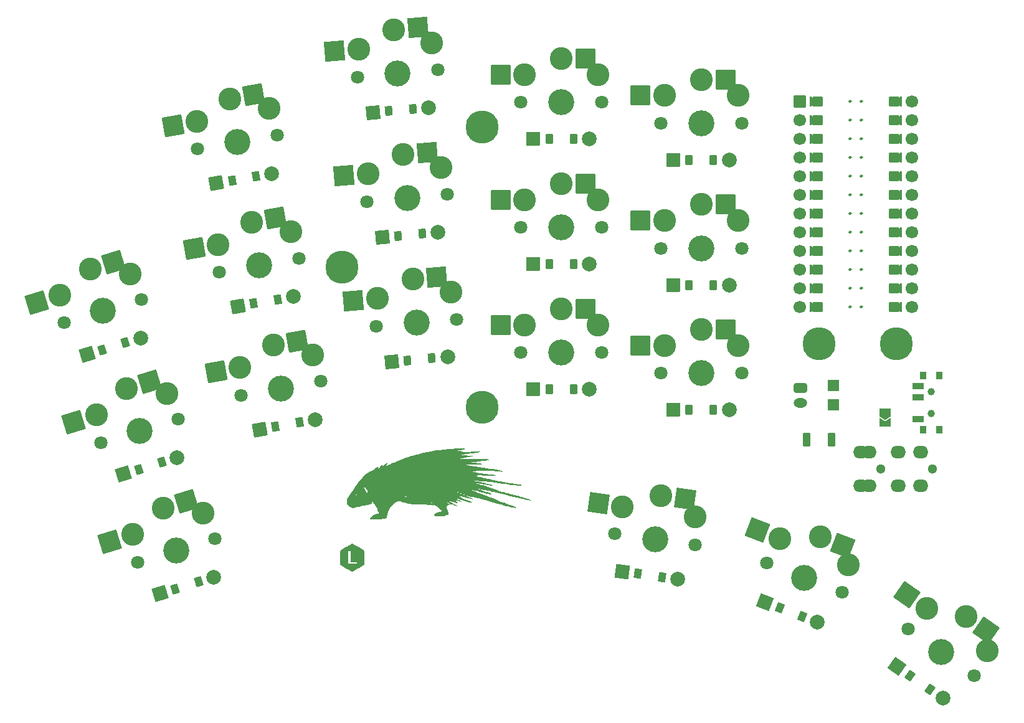
<source format=gbr>
%TF.GenerationSoftware,KiCad,Pcbnew,7.0.5*%
%TF.CreationDate,2024-04-29T22:33:29+02:00*%
%TF.ProjectId,porcupine,706f7263-7570-4696-9e65-2e6b69636164,v0.0.1*%
%TF.SameCoordinates,Original*%
%TF.FileFunction,Soldermask,Top*%
%TF.FilePolarity,Negative*%
%FSLAX46Y46*%
G04 Gerber Fmt 4.6, Leading zero omitted, Abs format (unit mm)*
G04 Created by KiCad (PCBNEW 7.0.5) date 2024-04-29 22:33:29*
%MOMM*%
%LPD*%
G01*
G04 APERTURE LIST*
G04 Aperture macros list*
%AMRoundRect*
0 Rectangle with rounded corners*
0 $1 Rounding radius*
0 $2 $3 $4 $5 $6 $7 $8 $9 X,Y pos of 4 corners*
0 Add a 4 corners polygon primitive as box body*
4,1,4,$2,$3,$4,$5,$6,$7,$8,$9,$2,$3,0*
0 Add four circle primitives for the rounded corners*
1,1,$1+$1,$2,$3*
1,1,$1+$1,$4,$5*
1,1,$1+$1,$6,$7*
1,1,$1+$1,$8,$9*
0 Add four rect primitives between the rounded corners*
20,1,$1+$1,$2,$3,$4,$5,0*
20,1,$1+$1,$4,$5,$6,$7,0*
20,1,$1+$1,$6,$7,$8,$9,0*
20,1,$1+$1,$8,$9,$2,$3,0*%
%AMFreePoly0*
4,1,14,0.635355,0.435355,0.650000,0.400000,0.650000,0.200000,0.635355,0.164645,0.035355,-0.435355,0.000000,-0.450000,-0.035355,-0.435355,-0.635355,0.164645,-0.650000,0.200000,-0.650000,0.400000,-0.635355,0.435355,-0.600000,0.450000,0.600000,0.450000,0.635355,0.435355,0.635355,0.435355,$1*%
%AMFreePoly1*
4,1,16,0.635355,1.035355,0.650000,1.000000,0.650000,-0.250000,0.635355,-0.285355,0.600000,-0.300000,-0.600000,-0.300000,-0.635355,-0.285355,-0.650000,-0.250000,-0.650000,1.000000,-0.635355,1.035355,-0.600000,1.050000,-0.564645,1.035355,0.000000,0.470710,0.564645,1.035355,0.600000,1.050000,0.635355,1.035355,0.635355,1.035355,$1*%
%AMFreePoly2*
4,1,16,0.535355,0.785355,0.541603,0.777735,1.041603,0.027735,1.049029,-0.009806,1.041603,-0.027735,0.541603,-0.777735,0.509806,-0.799029,0.500000,-0.800000,-0.500000,-0.800000,-0.535355,-0.785355,-0.550000,-0.750000,-0.550000,0.750000,-0.535355,0.785355,-0.500000,0.800000,0.500000,0.800000,0.535355,0.785355,0.535355,0.785355,$1*%
%AMFreePoly3*
4,1,16,0.535355,0.785355,0.550000,0.750000,0.550000,-0.750000,0.535355,-0.785355,0.500000,-0.800000,-0.650000,-0.800000,-0.685355,-0.785355,-0.700000,-0.750000,-0.691603,-0.722265,-0.210093,0.000000,-0.691603,0.722265,-0.699029,0.759806,-0.677735,0.791603,-0.650000,0.800000,0.500000,0.800000,0.535355,0.785355,0.535355,0.785355,$1*%
G04 Aperture macros list end*
%ADD10C,0.250000*%
%ADD11C,0.100000*%
%ADD12C,0.200000*%
%ADD13C,3.529000*%
%ADD14C,1.801800*%
%ADD15C,3.100000*%
%ADD16RoundRect,0.050000X-0.863113X-1.623279X1.623279X-0.863113X0.863113X1.623279X-1.623279X0.863113X0*%
%ADD17RoundRect,0.050000X-1.054507X-1.505993X1.505993X-1.054507X1.054507X1.505993X-1.505993X1.054507X0*%
%ADD18RoundRect,0.050000X-1.181751X-1.408356X1.408356X-1.181751X1.181751X1.408356X-1.408356X1.181751X0*%
%ADD19RoundRect,0.050000X-1.300000X-1.300000X1.300000X-1.300000X1.300000X1.300000X-1.300000X1.300000X0*%
%ADD20RoundRect,0.050000X-1.468274X-1.106423X1.106423X-1.468274X1.468274X1.106423X-1.106423X1.468274X0*%
%ADD21RoundRect,0.050000X-1.679533X-0.747776X0.747776X-1.679533X1.679533X0.747776X-0.747776X1.679533X0*%
%ADD22RoundRect,0.050000X-1.810547X-0.319248X0.319248X-1.810547X1.810547X0.319248X-0.319248X1.810547X0*%
%ADD23RoundRect,0.050000X-0.254914X-0.705350X0.605760X-0.442216X0.254914X0.705350X-0.605760X0.442216X0*%
%ADD24C,2.005000*%
%ADD25RoundRect,0.050000X-0.590236X-1.110073X1.110073X-0.590236X0.590236X1.110073X-1.110073X0.590236X0*%
%ADD26RoundRect,0.050000X-0.338975X-0.669026X0.547352X-0.512743X0.338975X0.669026X-0.547352X0.512743X0*%
%ADD27RoundRect,0.050000X-0.721121X-1.029867X1.029867X-0.721121X0.721121X1.029867X-1.029867X0.721121X0*%
%ADD28RoundRect,0.050000X-0.395994X-0.636937X0.500581X-0.558497X0.395994X0.636937X-0.500581X0.558497X0*%
%ADD29RoundRect,0.050000X-0.808136X-0.963099X0.963099X-0.808136X0.808136X0.963099X-0.963099X0.808136X0*%
%ADD30RoundRect,0.050000X-0.450000X-0.600000X0.450000X-0.600000X0.450000X0.600000X-0.450000X0.600000X0*%
%ADD31RoundRect,0.050000X-0.889000X-0.889000X0.889000X-0.889000X0.889000X0.889000X-0.889000X0.889000X0*%
%ADD32RoundRect,0.050000X-0.529124X-0.531533X0.362117X-0.656789X0.529124X0.531533X-0.362117X0.656789X0*%
%ADD33RoundRect,0.050000X-1.004073X-0.756623X0.756623X-1.004073X1.004073X0.756623X-0.756623X1.004073X0*%
%ADD34RoundRect,0.050000X-0.635132X-0.398883X0.205090X-0.721414X0.635132X0.398883X-0.205090X0.721414X0*%
%ADD35RoundRect,0.050000X-1.148542X-0.511364X0.511364X-1.148542X1.148542X0.511364X-0.511364X1.148542X0*%
%ADD36RoundRect,0.050000X-0.712764X-0.233382X0.024473X-0.749601X0.712764X0.233382X-0.024473X0.749601X0*%
%ADD37RoundRect,0.050000X-1.238136X-0.218317X0.218317X-1.238136X1.238136X0.218317X-0.218317X1.238136X0*%
%ADD38C,1.700000*%
%ADD39FreePoly0,90.000000*%
%ADD40FreePoly1,90.000000*%
%ADD41RoundRect,0.050000X-0.800000X0.800000X-0.800000X-0.800000X0.800000X-0.800000X0.800000X0.800000X0*%
%ADD42FreePoly1,270.000000*%
%ADD43FreePoly0,270.000000*%
%ADD44RoundRect,0.300000X-0.625000X-0.350000X0.625000X-0.350000X0.625000X0.350000X-0.625000X0.350000X0*%
%ADD45O,1.850000X1.300000*%
%ADD46RoundRect,0.050000X-0.750000X-0.750000X0.750000X-0.750000X0.750000X0.750000X-0.750000X0.750000X0*%
%ADD47C,1.300000*%
%ADD48O,2.100000X1.700000*%
%ADD49FreePoly2,270.000000*%
%ADD50FreePoly3,270.000000*%
%ADD51C,1.000000*%
%ADD52RoundRect,0.050000X0.750000X-0.350000X0.750000X0.350000X-0.750000X0.350000X-0.750000X-0.350000X0*%
%ADD53RoundRect,0.050000X0.400000X-0.500000X0.400000X0.500000X-0.400000X0.500000X-0.400000X-0.500000X0*%
%ADD54RoundRect,0.050000X-0.450000X-0.850000X0.450000X-0.850000X0.450000X0.850000X-0.450000X0.850000X0*%
%ADD55C,4.500000*%
G04 APERTURE END LIST*
D10*
%TO.C,MCU1*%
X266774087Y-117653517D02*
G75*
G03*
X266774087Y-117653517I-125000J0D01*
G01*
X268298087Y-117653517D02*
G75*
G03*
X268298087Y-117653517I-125000J0D01*
G01*
X266774087Y-115113517D02*
G75*
G03*
X266774087Y-115113517I-125000J0D01*
G01*
X268298087Y-115113517D02*
G75*
G03*
X268298087Y-115113517I-125000J0D01*
G01*
X266774087Y-112573517D02*
G75*
G03*
X266774087Y-112573517I-125000J0D01*
G01*
X268298087Y-112573517D02*
G75*
G03*
X268298087Y-112573517I-125000J0D01*
G01*
X266774087Y-110033517D02*
G75*
G03*
X266774087Y-110033517I-125000J0D01*
G01*
X268298087Y-110033517D02*
G75*
G03*
X268298087Y-110033517I-125000J0D01*
G01*
X266774087Y-107493517D02*
G75*
G03*
X266774087Y-107493517I-125000J0D01*
G01*
X268298087Y-107493517D02*
G75*
G03*
X268298087Y-107493517I-125000J0D01*
G01*
X266774087Y-104953517D02*
G75*
G03*
X266774087Y-104953517I-125000J0D01*
G01*
X268298087Y-104953517D02*
G75*
G03*
X268298087Y-104953517I-125000J0D01*
G01*
X266774087Y-102413517D02*
G75*
G03*
X266774087Y-102413517I-125000J0D01*
G01*
X268298087Y-102413517D02*
G75*
G03*
X268298087Y-102413517I-125000J0D01*
G01*
X266774087Y-99873517D02*
G75*
G03*
X266774087Y-99873517I-125000J0D01*
G01*
X268298087Y-99873517D02*
G75*
G03*
X268298087Y-99873517I-125000J0D01*
G01*
X266774087Y-97333517D02*
G75*
G03*
X266774087Y-97333517I-125000J0D01*
G01*
X268298087Y-97333517D02*
G75*
G03*
X268298087Y-97333517I-125000J0D01*
G01*
X266774087Y-94793517D02*
G75*
G03*
X266774087Y-94793517I-125000J0D01*
G01*
X268298087Y-94793517D02*
G75*
G03*
X268298087Y-94793517I-125000J0D01*
G01*
X268298087Y-92253517D02*
G75*
G03*
X268298087Y-92253517I-125000J0D01*
G01*
X266774087Y-92253517D02*
G75*
G03*
X266774087Y-92253517I-125000J0D01*
G01*
X266774087Y-89713517D02*
G75*
G03*
X266774087Y-89713517I-125000J0D01*
G01*
X268298087Y-89713517D02*
G75*
G03*
X268298087Y-89713517I-125000J0D01*
G01*
D11*
X273507087Y-90221517D02*
X272491087Y-90221517D01*
X272491087Y-89205517D01*
X273507087Y-89205517D01*
X273507087Y-90221517D01*
G36*
X273507087Y-90221517D02*
G01*
X272491087Y-90221517D01*
X272491087Y-89205517D01*
X273507087Y-89205517D01*
X273507087Y-90221517D01*
G37*
X273507087Y-105461517D02*
X272491087Y-105461517D01*
X272491087Y-104445517D01*
X273507087Y-104445517D01*
X273507087Y-105461517D01*
G36*
X273507087Y-105461517D02*
G01*
X272491087Y-105461517D01*
X272491087Y-104445517D01*
X273507087Y-104445517D01*
X273507087Y-105461517D01*
G37*
X273507087Y-92761517D02*
X272491087Y-92761517D01*
X272491087Y-91745517D01*
X273507087Y-91745517D01*
X273507087Y-92761517D01*
G36*
X273507087Y-92761517D02*
G01*
X272491087Y-92761517D01*
X272491087Y-91745517D01*
X273507087Y-91745517D01*
X273507087Y-92761517D01*
G37*
X273507087Y-95301517D02*
X272491087Y-95301517D01*
X272491087Y-94285517D01*
X273507087Y-94285517D01*
X273507087Y-95301517D01*
G36*
X273507087Y-95301517D02*
G01*
X272491087Y-95301517D01*
X272491087Y-94285517D01*
X273507087Y-94285517D01*
X273507087Y-95301517D01*
G37*
X273507087Y-100381517D02*
X272491087Y-100381517D01*
X272491087Y-99365517D01*
X273507087Y-99365517D01*
X273507087Y-100381517D01*
G36*
X273507087Y-100381517D02*
G01*
X272491087Y-100381517D01*
X272491087Y-99365517D01*
X273507087Y-99365517D01*
X273507087Y-100381517D01*
G37*
X273507087Y-102921517D02*
X272491087Y-102921517D01*
X272491087Y-101905517D01*
X273507087Y-101905517D01*
X273507087Y-102921517D01*
G36*
X273507087Y-102921517D02*
G01*
X272491087Y-102921517D01*
X272491087Y-101905517D01*
X273507087Y-101905517D01*
X273507087Y-102921517D01*
G37*
X273507087Y-110541517D02*
X272491087Y-110541517D01*
X272491087Y-109525517D01*
X273507087Y-109525517D01*
X273507087Y-110541517D01*
G36*
X273507087Y-110541517D02*
G01*
X272491087Y-110541517D01*
X272491087Y-109525517D01*
X273507087Y-109525517D01*
X273507087Y-110541517D01*
G37*
X273507087Y-115621517D02*
X272491087Y-115621517D01*
X272491087Y-114605517D01*
X273507087Y-114605517D01*
X273507087Y-115621517D01*
G36*
X273507087Y-115621517D02*
G01*
X272491087Y-115621517D01*
X272491087Y-114605517D01*
X273507087Y-114605517D01*
X273507087Y-115621517D01*
G37*
X273507087Y-97841517D02*
X272491087Y-97841517D01*
X272491087Y-96825517D01*
X273507087Y-96825517D01*
X273507087Y-97841517D01*
G36*
X273507087Y-97841517D02*
G01*
X272491087Y-97841517D01*
X272491087Y-96825517D01*
X273507087Y-96825517D01*
X273507087Y-97841517D01*
G37*
X273507087Y-108001517D02*
X272491087Y-108001517D01*
X272491087Y-106985517D01*
X273507087Y-106985517D01*
X273507087Y-108001517D01*
G36*
X273507087Y-108001517D02*
G01*
X272491087Y-108001517D01*
X272491087Y-106985517D01*
X273507087Y-106985517D01*
X273507087Y-108001517D01*
G37*
X273507087Y-113081517D02*
X272491087Y-113081517D01*
X272491087Y-112065517D01*
X273507087Y-112065517D01*
X273507087Y-113081517D01*
G36*
X273507087Y-113081517D02*
G01*
X272491087Y-113081517D01*
X272491087Y-112065517D01*
X273507087Y-112065517D01*
X273507087Y-113081517D01*
G37*
X273507087Y-118161517D02*
X272491087Y-118161517D01*
X272491087Y-117145517D01*
X273507087Y-117145517D01*
X273507087Y-118161517D01*
G36*
X273507087Y-118161517D02*
G01*
X272491087Y-118161517D01*
X272491087Y-117145517D01*
X273507087Y-117145517D01*
X273507087Y-118161517D01*
G37*
X262331087Y-118161517D02*
X261315087Y-118161517D01*
X261315087Y-117145517D01*
X262331087Y-117145517D01*
X262331087Y-118161517D01*
G36*
X262331087Y-118161517D02*
G01*
X261315087Y-118161517D01*
X261315087Y-117145517D01*
X262331087Y-117145517D01*
X262331087Y-118161517D01*
G37*
X262331087Y-115621517D02*
X261315087Y-115621517D01*
X261315087Y-114605517D01*
X262331087Y-114605517D01*
X262331087Y-115621517D01*
G36*
X262331087Y-115621517D02*
G01*
X261315087Y-115621517D01*
X261315087Y-114605517D01*
X262331087Y-114605517D01*
X262331087Y-115621517D01*
G37*
X262331087Y-113081517D02*
X261315087Y-113081517D01*
X261315087Y-112065517D01*
X262331087Y-112065517D01*
X262331087Y-113081517D01*
G36*
X262331087Y-113081517D02*
G01*
X261315087Y-113081517D01*
X261315087Y-112065517D01*
X262331087Y-112065517D01*
X262331087Y-113081517D01*
G37*
X262331087Y-110541517D02*
X261315087Y-110541517D01*
X261315087Y-109525517D01*
X262331087Y-109525517D01*
X262331087Y-110541517D01*
G36*
X262331087Y-110541517D02*
G01*
X261315087Y-110541517D01*
X261315087Y-109525517D01*
X262331087Y-109525517D01*
X262331087Y-110541517D01*
G37*
X262331087Y-108001517D02*
X261315087Y-108001517D01*
X261315087Y-106985517D01*
X262331087Y-106985517D01*
X262331087Y-108001517D01*
G36*
X262331087Y-108001517D02*
G01*
X261315087Y-108001517D01*
X261315087Y-106985517D01*
X262331087Y-106985517D01*
X262331087Y-108001517D01*
G37*
X262331087Y-105461517D02*
X261315087Y-105461517D01*
X261315087Y-104445517D01*
X262331087Y-104445517D01*
X262331087Y-105461517D01*
G36*
X262331087Y-105461517D02*
G01*
X261315087Y-105461517D01*
X261315087Y-104445517D01*
X262331087Y-104445517D01*
X262331087Y-105461517D01*
G37*
X262331087Y-102921517D02*
X261315087Y-102921517D01*
X261315087Y-101905517D01*
X262331087Y-101905517D01*
X262331087Y-102921517D01*
G36*
X262331087Y-102921517D02*
G01*
X261315087Y-102921517D01*
X261315087Y-101905517D01*
X262331087Y-101905517D01*
X262331087Y-102921517D01*
G37*
X262331087Y-100381517D02*
X261315087Y-100381517D01*
X261315087Y-99365517D01*
X262331087Y-99365517D01*
X262331087Y-100381517D01*
G36*
X262331087Y-100381517D02*
G01*
X261315087Y-100381517D01*
X261315087Y-99365517D01*
X262331087Y-99365517D01*
X262331087Y-100381517D01*
G37*
X262331087Y-97841517D02*
X261315087Y-97841517D01*
X261315087Y-96825517D01*
X262331087Y-96825517D01*
X262331087Y-97841517D01*
G36*
X262331087Y-97841517D02*
G01*
X261315087Y-97841517D01*
X261315087Y-96825517D01*
X262331087Y-96825517D01*
X262331087Y-97841517D01*
G37*
X262331087Y-95301517D02*
X261315087Y-95301517D01*
X261315087Y-94285517D01*
X262331087Y-94285517D01*
X262331087Y-95301517D01*
G36*
X262331087Y-95301517D02*
G01*
X261315087Y-95301517D01*
X261315087Y-94285517D01*
X262331087Y-94285517D01*
X262331087Y-95301517D01*
G37*
X262331087Y-92761517D02*
X261315087Y-92761517D01*
X261315087Y-91745517D01*
X262331087Y-91745517D01*
X262331087Y-92761517D01*
G36*
X262331087Y-92761517D02*
G01*
X261315087Y-92761517D01*
X261315087Y-91745517D01*
X262331087Y-91745517D01*
X262331087Y-92761517D01*
G37*
X262331087Y-90221517D02*
X261315087Y-90221517D01*
X261315087Y-89205517D01*
X262331087Y-89205517D01*
X262331087Y-90221517D01*
G36*
X262331087Y-90221517D02*
G01*
X261315087Y-90221517D01*
X261315087Y-89205517D01*
X262331087Y-89205517D01*
X262331087Y-90221517D01*
G37*
%TO.C,Side_F*%
D12*
X198951023Y-149935583D02*
X198977170Y-149948894D01*
X199017806Y-149970673D01*
X199071727Y-150000246D01*
X199137733Y-150036938D01*
X199214621Y-150080073D01*
X199301188Y-150128977D01*
X199396233Y-150182974D01*
X199498554Y-150241391D01*
X199606948Y-150303552D01*
X199720213Y-150368782D01*
X199741643Y-150381154D01*
X200527731Y-150835155D01*
X200527731Y-152666278D01*
X199751077Y-153115597D01*
X199637602Y-153181164D01*
X199528695Y-153243933D01*
X199425576Y-153303211D01*
X199329463Y-153358302D01*
X199241577Y-153408515D01*
X199163136Y-153453154D01*
X199095361Y-153491526D01*
X199039470Y-153522937D01*
X198996684Y-153546694D01*
X198968221Y-153562102D01*
X198955302Y-153568467D01*
X198954885Y-153568585D01*
X198942797Y-153564344D01*
X198914328Y-153550365D01*
X198869896Y-153526884D01*
X198809920Y-153494135D01*
X198734820Y-153452354D01*
X198645016Y-153401775D01*
X198540928Y-153342633D01*
X198422974Y-153275163D01*
X198291574Y-153199601D01*
X198153808Y-153120034D01*
X197372269Y-152667812D01*
X197372269Y-152663714D01*
X198344308Y-152663714D01*
X199712000Y-152663714D01*
X199712000Y-152302253D01*
X198832769Y-152302253D01*
X198832769Y-150758714D01*
X198344308Y-150758714D01*
X198344308Y-152663714D01*
X197372269Y-152663714D01*
X197372269Y-150833645D01*
X198148923Y-150384661D01*
X198262309Y-150319159D01*
X198371039Y-150256439D01*
X198473901Y-150197194D01*
X198569683Y-150142118D01*
X198657176Y-150091903D01*
X198735167Y-150047244D01*
X198802445Y-150008833D01*
X198857799Y-149977365D01*
X198900018Y-149953533D01*
X198927891Y-149938030D01*
X198940206Y-149931549D01*
X198940566Y-149931415D01*
X198951023Y-149935583D01*
G36*
X198951023Y-149935583D02*
G01*
X198977170Y-149948894D01*
X199017806Y-149970673D01*
X199071727Y-150000246D01*
X199137733Y-150036938D01*
X199214621Y-150080073D01*
X199301188Y-150128977D01*
X199396233Y-150182974D01*
X199498554Y-150241391D01*
X199606948Y-150303552D01*
X199720213Y-150368782D01*
X199741643Y-150381154D01*
X200527731Y-150835155D01*
X200527731Y-152666278D01*
X199751077Y-153115597D01*
X199637602Y-153181164D01*
X199528695Y-153243933D01*
X199425576Y-153303211D01*
X199329463Y-153358302D01*
X199241577Y-153408515D01*
X199163136Y-153453154D01*
X199095361Y-153491526D01*
X199039470Y-153522937D01*
X198996684Y-153546694D01*
X198968221Y-153562102D01*
X198955302Y-153568467D01*
X198954885Y-153568585D01*
X198942797Y-153564344D01*
X198914328Y-153550365D01*
X198869896Y-153526884D01*
X198809920Y-153494135D01*
X198734820Y-153452354D01*
X198645016Y-153401775D01*
X198540928Y-153342633D01*
X198422974Y-153275163D01*
X198291574Y-153199601D01*
X198153808Y-153120034D01*
X197372269Y-152667812D01*
X197372269Y-152663714D01*
X198344308Y-152663714D01*
X199712000Y-152663714D01*
X199712000Y-152302253D01*
X198832769Y-152302253D01*
X198832769Y-150758714D01*
X198344308Y-150758714D01*
X198344308Y-152663714D01*
X197372269Y-152663714D01*
X197372269Y-150833645D01*
X198148923Y-150384661D01*
X198262309Y-150319159D01*
X198371039Y-150256439D01*
X198473901Y-150197194D01*
X198569683Y-150142118D01*
X198657176Y-150091903D01*
X198735167Y-150047244D01*
X198802445Y-150008833D01*
X198857799Y-149977365D01*
X198900018Y-149953533D01*
X198927891Y-149938030D01*
X198940206Y-149931549D01*
X198940566Y-149931415D01*
X198951023Y-149935583D01*
G37*
%TO.C,LOGO_F*%
G36*
X213992597Y-136880251D02*
G01*
X214001615Y-136880588D01*
X214145604Y-136889691D01*
X214231472Y-136904355D01*
X214273644Y-136928297D01*
X214285103Y-136953632D01*
X214275408Y-136993224D01*
X214225066Y-137027334D01*
X214126809Y-137057993D01*
X213973368Y-137087231D01*
X213757474Y-137117081D01*
X213657286Y-137129036D01*
X213503553Y-137147880D01*
X213379291Y-137165131D01*
X213300486Y-137178452D01*
X213281076Y-137184015D01*
X213296392Y-137199508D01*
X213372388Y-137219963D01*
X213513171Y-137246298D01*
X213675233Y-137272223D01*
X213797288Y-137295822D01*
X213886750Y-137322414D01*
X213923186Y-137345127D01*
X213964703Y-137362777D01*
X214069394Y-137374587D01*
X214228116Y-137380798D01*
X214431726Y-137381652D01*
X214671082Y-137377390D01*
X214937039Y-137368252D01*
X215220457Y-137354480D01*
X215512192Y-137336316D01*
X215803101Y-137314000D01*
X216079357Y-137288254D01*
X216210550Y-137277032D01*
X216285028Y-137278490D01*
X216317863Y-137294653D01*
X216324286Y-137321161D01*
X216288028Y-137370687D01*
X216179248Y-137418719D01*
X215997939Y-137465262D01*
X215744093Y-137510315D01*
X215417704Y-137553881D01*
X215165097Y-137581561D01*
X214918482Y-137609248D01*
X214641444Y-137644369D01*
X214368974Y-137682285D01*
X214149097Y-137716198D01*
X213955298Y-137748515D01*
X213826397Y-137771623D01*
X213755645Y-137787855D01*
X213736294Y-137799544D01*
X213761594Y-137809022D01*
X213824795Y-137818623D01*
X213845168Y-137821244D01*
X213943549Y-137830587D01*
X214098256Y-137841475D01*
X214293085Y-137852939D01*
X214511835Y-137864008D01*
X214689262Y-137871769D01*
X214967403Y-137886251D01*
X215174651Y-137904029D01*
X215310778Y-137924750D01*
X215375558Y-137948064D01*
X215368762Y-137973618D01*
X215290163Y-138001061D01*
X215139533Y-138030042D01*
X214916645Y-138060208D01*
X214818429Y-138071317D01*
X214620462Y-138096779D01*
X214416245Y-138129671D01*
X214236390Y-138164793D01*
X214156882Y-138183718D01*
X213991055Y-138219508D01*
X213818005Y-138244491D01*
X213688191Y-138252857D01*
X213580771Y-138255849D01*
X213513666Y-138263603D01*
X213501041Y-138271992D01*
X213543100Y-138281819D01*
X213641278Y-138293464D01*
X213779184Y-138305781D01*
X213940423Y-138317624D01*
X214108605Y-138327846D01*
X214267338Y-138335302D01*
X214400229Y-138338846D01*
X214455572Y-138338727D01*
X214526320Y-138337889D01*
X214659857Y-138336790D01*
X214846401Y-138335492D01*
X215076169Y-138334057D01*
X215339379Y-138332548D01*
X215626250Y-138331027D01*
X215816286Y-138330082D01*
X216237032Y-138328963D01*
X216589952Y-138330181D01*
X216879765Y-138333979D01*
X217111185Y-138340601D01*
X217288930Y-138350289D01*
X217417715Y-138363286D01*
X217502258Y-138379834D01*
X217547273Y-138400177D01*
X217558000Y-138419749D01*
X217526572Y-138461186D01*
X217430644Y-138499407D01*
X217267754Y-138535061D01*
X217035439Y-138568799D01*
X216959286Y-138577801D01*
X216768140Y-138600317D01*
X216562894Y-138625755D01*
X216383561Y-138649138D01*
X216360572Y-138652270D01*
X216192906Y-138673868D01*
X215990409Y-138697889D01*
X215790500Y-138719934D01*
X215743715Y-138724784D01*
X215570571Y-138743564D01*
X215404385Y-138763524D01*
X215272417Y-138781321D01*
X215235715Y-138787021D01*
X215072429Y-138814118D01*
X215308286Y-138836666D01*
X215436832Y-138848857D01*
X215614577Y-138865584D01*
X215818457Y-138884681D01*
X216025410Y-138903985D01*
X216034000Y-138904784D01*
X216283183Y-138931116D01*
X216463631Y-138957755D01*
X216579176Y-138985656D01*
X216633653Y-139015776D01*
X216630894Y-139049069D01*
X216627475Y-139052754D01*
X216584925Y-139061082D01*
X216478568Y-139070325D01*
X216317152Y-139080055D01*
X216109430Y-139089843D01*
X215864151Y-139099261D01*
X215590066Y-139107880D01*
X215398936Y-139112892D01*
X215121141Y-139120037D01*
X214875579Y-139127183D01*
X214669233Y-139134061D01*
X214509082Y-139140400D01*
X214402110Y-139145931D01*
X214355296Y-139150382D01*
X214364857Y-139152919D01*
X214447197Y-139161738D01*
X214590436Y-139180549D01*
X214783842Y-139207705D01*
X215016684Y-139241556D01*
X215278229Y-139280454D01*
X215557745Y-139322753D01*
X215844500Y-139366802D01*
X216127762Y-139410955D01*
X216396798Y-139453562D01*
X216640877Y-139492976D01*
X216849267Y-139527548D01*
X217011234Y-139555631D01*
X217113672Y-139575076D01*
X217242281Y-139598313D01*
X217421242Y-139625751D01*
X217628708Y-139654260D01*
X217842831Y-139680712D01*
X217884572Y-139685485D01*
X218083609Y-139709092D01*
X218267046Y-139733017D01*
X218417820Y-139754883D01*
X218518869Y-139772311D01*
X218537715Y-139776512D01*
X218646184Y-139798564D01*
X218788488Y-139821113D01*
X218882429Y-139833214D01*
X219048049Y-139862402D01*
X219198572Y-139907150D01*
X219318535Y-139960968D01*
X219392473Y-140017360D01*
X219408572Y-140054136D01*
X219391022Y-140093280D01*
X219327467Y-140094069D01*
X219308786Y-140090361D01*
X219179617Y-140068828D01*
X218992688Y-140046112D01*
X218762776Y-140023318D01*
X218504656Y-140001549D01*
X218233105Y-139981912D01*
X217962898Y-139965509D01*
X217708812Y-139953447D01*
X217485622Y-139946829D01*
X217376572Y-139945919D01*
X217130093Y-139947851D01*
X216866613Y-139952204D01*
X216595828Y-139958584D01*
X216327434Y-139966602D01*
X216071129Y-139975867D01*
X215836607Y-139985987D01*
X215633567Y-139996571D01*
X215471704Y-140007228D01*
X215360715Y-140017568D01*
X215310297Y-140027198D01*
X215308286Y-140029331D01*
X215341625Y-140048551D01*
X215432176Y-140077353D01*
X215565735Y-140112402D01*
X215728101Y-140150365D01*
X215905072Y-140187908D01*
X216082447Y-140221696D01*
X216233572Y-140246567D01*
X216567187Y-140294716D01*
X216911812Y-140342018D01*
X217249161Y-140386115D01*
X217560947Y-140424648D01*
X217828883Y-140455259D01*
X217944900Y-140467271D01*
X218177069Y-140492137D01*
X218345367Y-140515539D01*
X218458411Y-140539541D01*
X218524815Y-140566207D01*
X218553196Y-140597601D01*
X218555857Y-140613642D01*
X218543606Y-140635998D01*
X218499507Y-140649941D01*
X218412545Y-140656534D01*
X218271706Y-140656843D01*
X218138572Y-140653981D01*
X217911667Y-140645666D01*
X217654005Y-140632692D01*
X217407073Y-140617266D01*
X217304000Y-140609595D01*
X217138180Y-140598939D01*
X216942956Y-140590530D01*
X216728797Y-140584358D01*
X216506174Y-140580414D01*
X216285556Y-140578688D01*
X216077413Y-140579170D01*
X215892215Y-140581851D01*
X215740432Y-140586721D01*
X215632533Y-140593772D01*
X215578988Y-140602992D01*
X215580429Y-140611170D01*
X215642962Y-140630432D01*
X215766545Y-140662096D01*
X215941163Y-140703858D01*
X216156799Y-140753411D01*
X216403440Y-140808451D01*
X216671069Y-140866673D01*
X216923000Y-140920181D01*
X217110990Y-140960496D01*
X217348878Y-141012806D01*
X217615929Y-141072459D01*
X217891405Y-141134805D01*
X218154568Y-141195191D01*
X218301857Y-141229467D01*
X218458175Y-141263545D01*
X218658329Y-141303543D01*
X218874475Y-141344046D01*
X219045715Y-141374108D01*
X219267958Y-141412420D01*
X219510809Y-141455513D01*
X219740478Y-141497335D01*
X219880286Y-141523566D01*
X220072519Y-141558620D01*
X220298364Y-141597074D01*
X220545416Y-141637096D01*
X220801270Y-141676853D01*
X221053522Y-141714509D01*
X221289767Y-141748234D01*
X221497600Y-141776192D01*
X221664616Y-141796550D01*
X221778411Y-141807476D01*
X221810359Y-141808831D01*
X221921774Y-141821567D01*
X221968803Y-141853509D01*
X221953791Y-141895343D01*
X221879083Y-141937751D01*
X221770469Y-141967279D01*
X221692316Y-141970813D01*
X221555693Y-141965450D01*
X221373973Y-141952573D01*
X221160524Y-141933565D01*
X220928717Y-141909809D01*
X220691923Y-141882690D01*
X220463511Y-141853590D01*
X220256853Y-141823893D01*
X220085319Y-141794983D01*
X220061714Y-141790462D01*
X219913051Y-141764363D01*
X219719244Y-141734546D01*
X219507312Y-141704997D01*
X219336000Y-141683412D01*
X219119253Y-141655228D01*
X218863047Y-141618091D01*
X218599179Y-141576799D01*
X218359447Y-141536151D01*
X218356286Y-141535587D01*
X217967340Y-141477670D01*
X217529710Y-141433111D01*
X217140715Y-141407749D01*
X216903516Y-141394914D01*
X216672084Y-141380227D01*
X216463734Y-141364944D01*
X216295779Y-141350321D01*
X216197286Y-141339292D01*
X216066258Y-141325346D01*
X215884347Y-141311299D01*
X215673227Y-141298579D01*
X215454570Y-141288616D01*
X215399000Y-141286648D01*
X215216785Y-141281808D01*
X215105806Y-141281553D01*
X215064888Y-141285640D01*
X215092855Y-141293826D01*
X215188532Y-141305866D01*
X215350746Y-141321518D01*
X215578320Y-141340538D01*
X215707429Y-141350565D01*
X215866753Y-141363881D01*
X216003836Y-141379212D01*
X216134531Y-141399758D01*
X216274695Y-141428717D01*
X216440181Y-141469290D01*
X216646844Y-141524676D01*
X216850429Y-141581226D01*
X217071858Y-141641898D01*
X217294280Y-141700547D01*
X217497336Y-141751957D01*
X217660666Y-141790916D01*
X217718270Y-141803514D01*
X217853868Y-141836621D01*
X217959114Y-141871517D01*
X218015926Y-141901915D01*
X218020651Y-141908642D01*
X218000595Y-141940488D01*
X217917802Y-141953941D01*
X217779567Y-141949638D01*
X217593187Y-141928213D01*
X217365957Y-141890304D01*
X217105172Y-141836547D01*
X217050000Y-141824034D01*
X216820283Y-141773811D01*
X216582023Y-141726335D01*
X216347335Y-141683542D01*
X216128333Y-141647370D01*
X215937133Y-141619757D01*
X215785848Y-141602640D01*
X215686594Y-141597956D01*
X215658310Y-141601468D01*
X215670601Y-141615556D01*
X215739901Y-141640758D01*
X215852410Y-141672289D01*
X215889003Y-141681413D01*
X216089694Y-141732051D01*
X216295601Y-141788021D01*
X216516560Y-141852389D01*
X216762407Y-141928216D01*
X217042977Y-142018568D01*
X217368107Y-142126505D01*
X217747634Y-142255094D01*
X217916287Y-142312794D01*
X218214747Y-142414159D01*
X218522062Y-142516787D01*
X218823020Y-142615723D01*
X219102411Y-142706010D01*
X219345025Y-142782695D01*
X219535652Y-142840820D01*
X219549144Y-142844797D01*
X219769021Y-142909575D01*
X219990729Y-142975236D01*
X220193324Y-143035553D01*
X220355864Y-143084304D01*
X220406429Y-143099613D01*
X220591372Y-143151355D01*
X220796411Y-143201916D01*
X220975879Y-143240091D01*
X221107749Y-143269087D01*
X221289563Y-143315058D01*
X221502148Y-143372858D01*
X221726331Y-143437341D01*
X221854767Y-143475976D01*
X222078219Y-143543115D01*
X222302383Y-143608186D01*
X222507667Y-143665655D01*
X222674480Y-143709993D01*
X222744760Y-143727251D01*
X222942818Y-143781640D01*
X223093389Y-143840177D01*
X223188061Y-143898900D01*
X223218572Y-143950550D01*
X223214952Y-143967260D01*
X223199524Y-143977828D01*
X223165434Y-143981035D01*
X223105831Y-143975661D01*
X223013861Y-143960489D01*
X222882672Y-143934300D01*
X222705410Y-143895875D01*
X222475222Y-143843995D01*
X222185257Y-143777441D01*
X221984857Y-143731144D01*
X221779625Y-143683869D01*
X221593501Y-143641363D01*
X221440420Y-143606780D01*
X221334318Y-143583274D01*
X221295429Y-143575094D01*
X221198387Y-143554287D01*
X221040365Y-143517582D01*
X220819841Y-143464606D01*
X220535298Y-143394987D01*
X220185214Y-143308354D01*
X219768070Y-143204334D01*
X219282347Y-143082554D01*
X219227143Y-143068681D01*
X218918058Y-142991852D01*
X218610894Y-142917088D01*
X218317956Y-142847269D01*
X218051549Y-142785275D01*
X217823980Y-142733986D01*
X217647553Y-142696282D01*
X217576143Y-142682262D01*
X217367134Y-142642681D01*
X217118001Y-142594338D01*
X216859665Y-142543290D01*
X216623044Y-142495594D01*
X216618364Y-142494638D01*
X216433701Y-142457837D01*
X216276027Y-142428194D01*
X216158121Y-142407970D01*
X216092764Y-142399431D01*
X216083924Y-142399981D01*
X216108024Y-142419668D01*
X216193234Y-142458499D01*
X216331541Y-142513500D01*
X216514937Y-142581699D01*
X216735411Y-142660121D01*
X216984953Y-142745793D01*
X217255551Y-142835742D01*
X217274617Y-142841972D01*
X217532735Y-142928769D01*
X217724439Y-142999500D01*
X217853587Y-143056214D01*
X217924040Y-143100961D01*
X217939657Y-143135789D01*
X217904297Y-143162748D01*
X217888965Y-143168177D01*
X217813495Y-143171110D01*
X217680057Y-143154408D01*
X217499807Y-143120535D01*
X217283899Y-143071960D01*
X217043490Y-143011148D01*
X216789735Y-142940565D01*
X216596429Y-142882406D01*
X216324017Y-142798782D01*
X216109796Y-142736104D01*
X215943304Y-142691802D01*
X215814076Y-142663303D01*
X215711650Y-142648036D01*
X215625563Y-142643429D01*
X215624204Y-142643428D01*
X215496766Y-142630507D01*
X215384420Y-142602947D01*
X215301972Y-142579756D01*
X215254628Y-142576812D01*
X215252669Y-142578092D01*
X215279874Y-142596153D01*
X215368847Y-142637208D01*
X215513394Y-142698795D01*
X215707322Y-142778455D01*
X215944438Y-142873725D01*
X216218549Y-142982145D01*
X216523463Y-143101254D01*
X216852985Y-143228589D01*
X217200924Y-143361691D01*
X217561085Y-143498097D01*
X217685000Y-143544707D01*
X217899370Y-143626312D01*
X218110682Y-143708733D01*
X218300692Y-143784715D01*
X218451155Y-143847006D01*
X218511840Y-143873430D01*
X218637681Y-143926251D01*
X218811837Y-143994236D01*
X219013773Y-144069608D01*
X219222954Y-144144588D01*
X219280943Y-144164770D01*
X219476051Y-144233653D01*
X219657862Y-144300543D01*
X219810022Y-144359231D01*
X219916180Y-144403511D01*
X219941817Y-144415655D01*
X220032952Y-144455998D01*
X220172536Y-144510674D01*
X220339920Y-144571832D01*
X220479000Y-144619828D01*
X220741437Y-144708385D01*
X220942316Y-144777648D01*
X221089142Y-144830604D01*
X221189424Y-144870239D01*
X221250669Y-144899541D01*
X221280384Y-144921497D01*
X221286078Y-144939092D01*
X221285615Y-144940727D01*
X221237437Y-144979839D01*
X221127399Y-144991408D01*
X220954407Y-144975297D01*
X220717367Y-144931367D01*
X220415185Y-144859479D01*
X220206857Y-144804158D01*
X219954007Y-144735448D01*
X219690266Y-144664659D01*
X219436594Y-144597356D01*
X219213953Y-144539105D01*
X219063857Y-144500639D01*
X218865041Y-144449484D01*
X218663154Y-144395827D01*
X218484370Y-144346712D01*
X218374429Y-144315087D01*
X218221906Y-144269757D01*
X218081809Y-144228533D01*
X217940888Y-144187624D01*
X217785891Y-144143243D01*
X217603567Y-144091598D01*
X217380664Y-144028902D01*
X217103932Y-143951364D01*
X217036406Y-143932468D01*
X216818029Y-143870897D01*
X216623300Y-143815099D01*
X216463108Y-143768268D01*
X216348341Y-143733595D01*
X216289888Y-143714275D01*
X216285332Y-143712208D01*
X216230224Y-143692982D01*
X216120017Y-143664878D01*
X215971133Y-143631309D01*
X215799997Y-143595690D01*
X215623031Y-143561434D01*
X215456659Y-143531957D01*
X215317304Y-143510671D01*
X215313282Y-143510138D01*
X215076941Y-143472019D01*
X214836329Y-143417403D01*
X214561015Y-143339360D01*
X214553943Y-143337207D01*
X214459659Y-143304517D01*
X214316394Y-143250165D01*
X214141788Y-143181274D01*
X213953479Y-143104966D01*
X213769105Y-143028365D01*
X213606305Y-142958594D01*
X213512143Y-142916492D01*
X213390306Y-142865944D01*
X213270082Y-142824901D01*
X213169561Y-142798438D01*
X213106834Y-142791631D01*
X213094857Y-142799407D01*
X213126149Y-142819213D01*
X213208138Y-142855097D01*
X213321643Y-142898755D01*
X213454673Y-142949447D01*
X213572378Y-142997995D01*
X213639143Y-143028892D01*
X213715223Y-143064138D01*
X213843968Y-143119115D01*
X214010226Y-143187726D01*
X214198842Y-143263875D01*
X214394662Y-143341466D01*
X214582531Y-143414403D01*
X214747296Y-143476590D01*
X214800286Y-143495986D01*
X215045854Y-143588492D01*
X215225237Y-143664286D01*
X215337161Y-143722773D01*
X215380353Y-143763359D01*
X215380857Y-143766996D01*
X215351300Y-143799863D01*
X215323667Y-143804571D01*
X215277469Y-143796009D01*
X215173073Y-143772329D01*
X215022553Y-143736543D01*
X214837983Y-143691660D01*
X214631434Y-143640692D01*
X214414981Y-143586648D01*
X214200697Y-143532540D01*
X214000656Y-143481377D01*
X213826929Y-143436171D01*
X213691592Y-143399932D01*
X213621285Y-143380075D01*
X213572096Y-143370255D01*
X213580914Y-143396250D01*
X213601055Y-143421399D01*
X213656556Y-143480136D01*
X213727230Y-143537340D01*
X213820400Y-143596527D01*
X213943389Y-143661214D01*
X214103519Y-143734916D01*
X214308116Y-143821151D01*
X214564501Y-143923434D01*
X214879999Y-144045281D01*
X214979032Y-144083042D01*
X215142536Y-144151584D01*
X215235707Y-144206330D01*
X215259308Y-144248037D01*
X215214101Y-144277461D01*
X215182873Y-144284863D01*
X215082233Y-144283343D01*
X214918946Y-144253375D01*
X214696726Y-144195892D01*
X214419284Y-144111825D01*
X214183429Y-144034007D01*
X213867359Y-143928678D01*
X213614490Y-143848625D01*
X213425482Y-143793972D01*
X213300995Y-143764846D01*
X213241692Y-143761373D01*
X213248231Y-143783679D01*
X213321275Y-143831889D01*
X213430237Y-143890319D01*
X213570865Y-143961503D01*
X213689734Y-144020492D01*
X213770310Y-144059140D01*
X213793094Y-144069067D01*
X213818421Y-144098955D01*
X213800965Y-144126256D01*
X213731201Y-144148629D01*
X213655823Y-144134247D01*
X213481055Y-144082006D01*
X213293480Y-144026956D01*
X213106472Y-143972899D01*
X212933403Y-143923638D01*
X212787648Y-143882972D01*
X212682579Y-143854703D01*
X212631570Y-143842634D01*
X212629313Y-143842460D01*
X212626502Y-143847809D01*
X212649222Y-143865260D01*
X212705411Y-143899478D01*
X212803006Y-143955129D01*
X212949945Y-144036879D01*
X213113000Y-144126759D01*
X213232006Y-144198112D01*
X213321147Y-144262791D01*
X213364947Y-144309220D01*
X213367000Y-144316732D01*
X213363612Y-144340970D01*
X213347178Y-144354621D01*
X213308290Y-144356012D01*
X213237544Y-144343470D01*
X213125534Y-144315323D01*
X212962853Y-144269898D01*
X212740096Y-144205521D01*
X212737590Y-144204793D01*
X212554754Y-144152891D01*
X212397905Y-144110753D01*
X212279549Y-144081552D01*
X212212191Y-144068460D01*
X212201638Y-144068838D01*
X212220368Y-144097967D01*
X212301163Y-144157565D01*
X212441122Y-144245760D01*
X212637344Y-144360679D01*
X212768286Y-144434647D01*
X212909746Y-144515020D01*
X213033382Y-144587606D01*
X213121068Y-144641656D01*
X213146637Y-144659014D01*
X213199631Y-144708584D01*
X213191486Y-144730261D01*
X213128038Y-144724092D01*
X213015126Y-144690124D01*
X212928237Y-144657288D01*
X212780627Y-144599897D01*
X212636403Y-144546536D01*
X212535625Y-144511710D01*
X212429921Y-144475435D01*
X212284792Y-144422858D01*
X212128362Y-144364205D01*
X212098997Y-144352955D01*
X211953837Y-144299591D01*
X211853810Y-144267426D01*
X211803807Y-144256663D01*
X211808718Y-144267502D01*
X211873434Y-144300145D01*
X211986839Y-144348327D01*
X212093696Y-144398050D01*
X212166527Y-144444093D01*
X212187650Y-144471000D01*
X212159244Y-144512020D01*
X212086428Y-144572935D01*
X212024192Y-144615369D01*
X211916686Y-144698358D01*
X211849388Y-144780870D01*
X211838352Y-144808028D01*
X211826895Y-144977188D01*
X211863844Y-145181498D01*
X211946034Y-145405049D01*
X211965111Y-145445535D01*
X212042052Y-145625739D01*
X212070214Y-145760449D01*
X212047235Y-145859959D01*
X211970753Y-145934560D01*
X211839177Y-145994279D01*
X211651990Y-146048069D01*
X211439502Y-146090098D01*
X211212792Y-146120276D01*
X210982939Y-146138513D01*
X210761023Y-146144717D01*
X210558121Y-146138800D01*
X210385314Y-146120672D01*
X210253681Y-146090241D01*
X210174301Y-146047417D01*
X210155714Y-146007973D01*
X210133664Y-146001066D01*
X210083143Y-146036142D01*
X210027585Y-146077115D01*
X210010452Y-146069524D01*
X210028076Y-146023922D01*
X210076790Y-145950863D01*
X210138636Y-145876457D01*
X210320969Y-145721906D01*
X210551712Y-145611375D01*
X210791995Y-145549119D01*
X210920349Y-145516395D01*
X211026953Y-145473462D01*
X211074757Y-145441655D01*
X211107778Y-145403595D01*
X211113123Y-145368137D01*
X211083945Y-145319631D01*
X211013397Y-145242431D01*
X210966591Y-145194426D01*
X210707332Y-144955367D01*
X210454595Y-144776288D01*
X210337143Y-144711410D01*
X210240980Y-144650305D01*
X210114108Y-144552529D01*
X209976095Y-144433745D01*
X209892643Y-144355575D01*
X209779308Y-144247891D01*
X209750346Y-144221857D01*
X211716000Y-144221857D01*
X211734143Y-144239999D01*
X211752286Y-144221857D01*
X211734143Y-144203714D01*
X211716000Y-144221857D01*
X209750346Y-144221857D01*
X209709979Y-144185571D01*
X211643429Y-144185571D01*
X211661572Y-144203714D01*
X211679714Y-144185571D01*
X211661572Y-144167428D01*
X211643429Y-144185571D01*
X209709979Y-144185571D01*
X209687825Y-144165657D01*
X209628610Y-144117926D01*
X209611429Y-144111141D01*
X209635372Y-144146976D01*
X209700500Y-144222928D01*
X209796756Y-144327722D01*
X209909532Y-144445419D01*
X210033355Y-144573361D01*
X210110219Y-144656784D01*
X210144583Y-144702388D01*
X210140900Y-144716871D01*
X210103627Y-144706934D01*
X210076125Y-144695881D01*
X209980214Y-144659056D01*
X209880853Y-144629250D01*
X209769082Y-144605664D01*
X209635944Y-144587498D01*
X209472477Y-144573952D01*
X209269724Y-144564227D01*
X209018724Y-144557523D01*
X208710519Y-144553039D01*
X208450286Y-144550753D01*
X208123723Y-144546980D01*
X207820109Y-144540769D01*
X207549421Y-144532483D01*
X207321635Y-144522487D01*
X207146729Y-144511144D01*
X207036751Y-144499154D01*
X206868145Y-144468057D01*
X206649432Y-144421770D01*
X206400283Y-144365033D01*
X206140373Y-144302585D01*
X205889376Y-144239163D01*
X205666964Y-144179507D01*
X205492812Y-144128354D01*
X205479097Y-144123982D01*
X205283846Y-144061143D01*
X211407572Y-144061143D01*
X211408059Y-144075863D01*
X211459284Y-144111438D01*
X211462000Y-144112999D01*
X211540130Y-144150998D01*
X211589000Y-144164856D01*
X211588513Y-144150136D01*
X211537287Y-144114561D01*
X211534572Y-144112999D01*
X211456442Y-144075001D01*
X211407572Y-144061143D01*
X205283846Y-144061143D01*
X205247480Y-144049439D01*
X205442812Y-143927894D01*
X205564500Y-143858773D01*
X205726444Y-143775677D01*
X205901750Y-143692153D01*
X205982857Y-143655840D01*
X206166438Y-143574142D01*
X206286815Y-143515856D01*
X206348187Y-143477498D01*
X206354755Y-143455583D01*
X206310718Y-143446630D01*
X206235043Y-143446655D01*
X206157311Y-143452343D01*
X206136738Y-143461423D01*
X206155081Y-143467304D01*
X206173311Y-143481768D01*
X206144794Y-143512202D01*
X206064066Y-143562169D01*
X205925667Y-143635234D01*
X205806707Y-143694580D01*
X205526626Y-143838557D01*
X205254426Y-143989865D01*
X205004856Y-144139649D01*
X204792662Y-144279059D01*
X204632594Y-144399242D01*
X204632271Y-144399512D01*
X204461323Y-144570053D01*
X204285890Y-144794161D01*
X204116103Y-145054314D01*
X203962092Y-145332995D01*
X203833986Y-145612684D01*
X203741917Y-145875862D01*
X203714382Y-145986911D01*
X203684635Y-146125627D01*
X203658209Y-146242037D01*
X203640401Y-146312888D01*
X203639306Y-146316547D01*
X203620651Y-146348457D01*
X203579465Y-146376481D01*
X203505507Y-146403799D01*
X203388536Y-146433592D01*
X203218313Y-146469042D01*
X203037198Y-146503557D01*
X202881885Y-146525185D01*
X202685033Y-146541769D01*
X202462853Y-146553096D01*
X202231554Y-146558956D01*
X202007347Y-146559138D01*
X201806443Y-146553432D01*
X201645050Y-146541626D01*
X201539380Y-146523510D01*
X201537857Y-146523055D01*
X201446813Y-146504611D01*
X201383643Y-146506892D01*
X201339028Y-146508667D01*
X201341761Y-146467566D01*
X201387448Y-146391598D01*
X201471691Y-146288769D01*
X201546929Y-146209424D01*
X201698817Y-146075007D01*
X201863387Y-145970359D01*
X202059133Y-145886233D01*
X202304549Y-145813380D01*
X202372429Y-145796657D01*
X202477343Y-145770522D01*
X202548039Y-145750914D01*
X202564741Y-145744739D01*
X202560409Y-145706597D01*
X202533349Y-145614655D01*
X202488437Y-145482233D01*
X202430544Y-145322648D01*
X202364545Y-145149220D01*
X202295312Y-144975267D01*
X202227720Y-144814107D01*
X202206667Y-144766142D01*
X202158027Y-144686093D01*
X202075219Y-144577069D01*
X201975351Y-144461448D01*
X201965973Y-144451336D01*
X201874641Y-144349199D01*
X201806812Y-144265151D01*
X201774754Y-144214606D01*
X201773714Y-144209790D01*
X201787808Y-144161426D01*
X201825017Y-144066535D01*
X201877739Y-143944337D01*
X201886043Y-143925882D01*
X201963132Y-143753840D01*
X202012954Y-143637119D01*
X202039060Y-143565337D01*
X202045001Y-143528113D01*
X202034329Y-143515065D01*
X202026816Y-143514285D01*
X201992716Y-143542152D01*
X201991429Y-143552295D01*
X201976711Y-143598675D01*
X201936773Y-143695642D01*
X201877937Y-143828422D01*
X201815556Y-143963153D01*
X201738976Y-144121675D01*
X201669563Y-144247082D01*
X201597347Y-144345112D01*
X201512362Y-144421502D01*
X201404638Y-144481988D01*
X201264208Y-144532307D01*
X201081102Y-144578197D01*
X200845352Y-144625394D01*
X200581306Y-144673484D01*
X200344956Y-144718939D01*
X200100729Y-144771178D01*
X199871678Y-144824931D01*
X199680852Y-144874925D01*
X199613483Y-144894825D01*
X199427036Y-144949416D01*
X199286961Y-144980555D01*
X199172229Y-144991695D01*
X199061813Y-144986292D01*
X199058680Y-144985947D01*
X198826670Y-144940839D01*
X198657448Y-144863522D01*
X198557870Y-144767364D01*
X198496177Y-144684881D01*
X198410092Y-144576225D01*
X198349405Y-144502358D01*
X198271217Y-144403910D01*
X198231435Y-144329381D01*
X198220129Y-144248554D01*
X198227370Y-144131216D01*
X198227386Y-144131038D01*
X198272774Y-143901327D01*
X198363475Y-143653906D01*
X198446969Y-143496206D01*
X205715417Y-143496206D01*
X205756628Y-143501677D01*
X205837714Y-143503412D01*
X205927296Y-143501162D01*
X205960871Y-143495304D01*
X205937500Y-143488295D01*
X205820294Y-143482221D01*
X205737929Y-143488295D01*
X205715417Y-143496206D01*
X198446969Y-143496206D01*
X198488792Y-143417213D01*
X198505878Y-143390531D01*
X198574842Y-143283803D01*
X198586255Y-143265909D01*
X199378857Y-143265909D01*
X199389132Y-143292396D01*
X199430090Y-143286527D01*
X199516932Y-143245785D01*
X199524726Y-143241767D01*
X199611804Y-143181162D01*
X199669067Y-143115285D01*
X199689735Y-143067561D01*
X199667474Y-143060978D01*
X199606709Y-143081900D01*
X199505163Y-143133353D01*
X199422460Y-143197102D01*
X199380463Y-143255493D01*
X199378857Y-143265909D01*
X198586255Y-143265909D01*
X198661884Y-143147329D01*
X198737446Y-143027674D01*
X198827748Y-142891315D01*
X198941985Y-142729156D01*
X199058459Y-142571826D01*
X199082160Y-142540993D01*
X199160095Y-142439886D01*
X199229865Y-142347565D01*
X199299072Y-142253318D01*
X199335058Y-142202867D01*
X200511864Y-142202867D01*
X200556343Y-142254989D01*
X200614163Y-142305621D01*
X200737594Y-142445276D01*
X200830326Y-142619064D01*
X200877232Y-142796812D01*
X200879966Y-142835750D01*
X200883633Y-142975612D01*
X200965817Y-142880068D01*
X201022003Y-142799525D01*
X201047817Y-142732493D01*
X201048000Y-142728531D01*
X201022874Y-142616560D01*
X200957033Y-142489063D01*
X200877423Y-142380753D01*
X215940881Y-142380753D01*
X215976548Y-142386563D01*
X216023611Y-142379892D01*
X216024173Y-142367505D01*
X215975608Y-142358843D01*
X215954625Y-142364641D01*
X215940881Y-142380753D01*
X200877423Y-142380753D01*
X200864787Y-142363561D01*
X200830715Y-142328952D01*
X215792095Y-142328952D01*
X215797076Y-142350524D01*
X215816286Y-142353142D01*
X215846153Y-142339866D01*
X215840476Y-142328952D01*
X215797414Y-142324609D01*
X215792095Y-142328952D01*
X200830715Y-142328952D01*
X200810267Y-142308181D01*
X215614309Y-142308181D01*
X215649976Y-142313992D01*
X215697040Y-142307321D01*
X215697601Y-142294934D01*
X215649037Y-142286272D01*
X215628054Y-142292069D01*
X215614309Y-142308181D01*
X200810267Y-142308181D01*
X200772467Y-142269784D01*
X215439799Y-142269784D01*
X215489715Y-142274842D01*
X215541227Y-142269139D01*
X215535072Y-142256540D01*
X215460782Y-142251747D01*
X215444357Y-142256540D01*
X215439799Y-142269784D01*
X200772467Y-142269784D01*
X200760442Y-142257569D01*
X200724791Y-142233498D01*
X215185799Y-142233498D01*
X215235715Y-142238556D01*
X215287227Y-142232854D01*
X215281072Y-142220254D01*
X215206782Y-142215461D01*
X215190357Y-142220254D01*
X215185799Y-142233498D01*
X200724791Y-142233498D01*
X200671049Y-142197212D01*
X214931799Y-142197212D01*
X214981714Y-142202270D01*
X215033227Y-142196568D01*
X215027072Y-142183968D01*
X214952782Y-142179176D01*
X214936357Y-142183968D01*
X214931799Y-142197212D01*
X200671049Y-142197212D01*
X200658306Y-142188608D01*
X200593219Y-142171714D01*
X200524614Y-142178038D01*
X200511864Y-142202867D01*
X199335058Y-142202867D01*
X199375314Y-142146430D01*
X199466191Y-142016190D01*
X199579304Y-141851885D01*
X199722253Y-141642801D01*
X199794613Y-141536714D01*
X199954651Y-141319516D01*
X200143591Y-141091210D01*
X200347620Y-140866399D01*
X200552925Y-140659686D01*
X200745694Y-140485671D01*
X200902857Y-140365140D01*
X201007243Y-140293549D01*
X201085841Y-140237541D01*
X201120572Y-140210165D01*
X201158426Y-140185387D01*
X201245733Y-140134999D01*
X201367810Y-140067346D01*
X201456924Y-140019096D01*
X201617708Y-139929599D01*
X201776095Y-139836054D01*
X201906415Y-139753808D01*
X201946781Y-139726201D01*
X202073497Y-139640919D01*
X202204492Y-139560090D01*
X202263572Y-139526820D01*
X202367334Y-139469202D01*
X202451884Y-139418271D01*
X202470474Y-139405831D01*
X202533638Y-139377566D01*
X202556708Y-139404971D01*
X202537081Y-139481579D01*
X202517572Y-139522857D01*
X202481931Y-139602575D01*
X202471124Y-139650062D01*
X202472611Y-139653277D01*
X202503052Y-139636936D01*
X202532822Y-139610547D01*
X203518293Y-139610547D01*
X203524965Y-139657610D01*
X203537351Y-139658172D01*
X203546013Y-139609608D01*
X203540216Y-139588624D01*
X203524104Y-139574880D01*
X203518293Y-139610547D01*
X202532822Y-139610547D01*
X202568121Y-139579256D01*
X202654974Y-139493791D01*
X202696775Y-139450285D01*
X203551715Y-139450285D01*
X203564991Y-139480152D01*
X203575905Y-139474476D01*
X203580248Y-139431413D01*
X203575905Y-139426095D01*
X203554333Y-139431076D01*
X203551715Y-139450285D01*
X202696775Y-139450285D01*
X202750766Y-139394091D01*
X202842655Y-139293710D01*
X202917796Y-139206200D01*
X202963344Y-139145115D01*
X202971143Y-139127242D01*
X202995295Y-139089192D01*
X203005342Y-139087428D01*
X203028580Y-139119778D01*
X203046563Y-139201125D01*
X203050700Y-139241642D01*
X203061857Y-139395857D01*
X203279572Y-139193310D01*
X203458354Y-139033120D01*
X203591549Y-138928218D01*
X203680342Y-138878403D01*
X203725919Y-138883476D01*
X203729464Y-138943237D01*
X203692163Y-139057484D01*
X203661369Y-139128823D01*
X203621169Y-139228649D01*
X203595594Y-139313106D01*
X203587629Y-139367197D01*
X203600260Y-139375922D01*
X203615770Y-139357823D01*
X203688188Y-139288888D01*
X203809915Y-139207869D01*
X203961704Y-139126481D01*
X203992283Y-139112926D01*
X213988370Y-139112926D01*
X214038286Y-139117984D01*
X214089798Y-139112282D01*
X214083643Y-139099682D01*
X214009354Y-139094890D01*
X213992929Y-139099682D01*
X213988370Y-139112926D01*
X203992283Y-139112926D01*
X204069374Y-139078753D01*
X213763738Y-139078753D01*
X213799405Y-139084563D01*
X213846468Y-139077892D01*
X213847030Y-139065505D01*
X213798466Y-139056843D01*
X213777482Y-139062641D01*
X213763738Y-139078753D01*
X204069374Y-139078753D01*
X204087633Y-139070659D01*
X204176837Y-139033000D01*
X213639143Y-139033000D01*
X213657286Y-139051142D01*
X213675429Y-139033000D01*
X213657286Y-139014857D01*
X213639143Y-139033000D01*
X204176837Y-139033000D01*
X204210842Y-139018644D01*
X204374018Y-138946200D01*
X204514493Y-138881809D01*
X214739810Y-138881809D01*
X214744791Y-138903381D01*
X214764000Y-138905999D01*
X214793867Y-138892723D01*
X214788191Y-138881809D01*
X214745128Y-138877466D01*
X214739810Y-138881809D01*
X204514493Y-138881809D01*
X204551883Y-138864670D01*
X204559601Y-138861039D01*
X214924881Y-138861039D01*
X214960548Y-138866849D01*
X215007611Y-138860178D01*
X215008173Y-138847791D01*
X214959608Y-138839129D01*
X214938625Y-138844927D01*
X214924881Y-138861039D01*
X204559601Y-138861039D01*
X204658323Y-138814592D01*
X205029503Y-138645488D01*
X205425488Y-138478633D01*
X205831328Y-138319488D01*
X206038070Y-138244181D01*
X213364595Y-138244181D01*
X213400262Y-138249992D01*
X213447325Y-138243321D01*
X213447887Y-138230934D01*
X213399323Y-138222272D01*
X213378339Y-138228069D01*
X213364595Y-138244181D01*
X206038070Y-138244181D01*
X206232079Y-138173512D01*
X206612791Y-138046166D01*
X206678749Y-138026467D01*
X212747738Y-138026467D01*
X212783405Y-138032278D01*
X212830468Y-138025606D01*
X212831030Y-138013220D01*
X212782466Y-138004558D01*
X212761482Y-138010355D01*
X212747738Y-138026467D01*
X206678749Y-138026467D01*
X206800244Y-137990181D01*
X212892881Y-137990181D01*
X212928548Y-137995992D01*
X212975611Y-137989321D01*
X212976173Y-137976934D01*
X212927608Y-137968272D01*
X212906625Y-137974069D01*
X212892881Y-137990181D01*
X206800244Y-137990181D01*
X206921736Y-137953896D01*
X213038024Y-137953896D01*
X213073691Y-137959706D01*
X213120754Y-137953035D01*
X213121316Y-137940648D01*
X213072751Y-137931986D01*
X213051768Y-137937784D01*
X213038024Y-137953896D01*
X206921736Y-137953896D01*
X206958520Y-137942910D01*
X207067550Y-137915498D01*
X213190085Y-137915498D01*
X213240000Y-137920556D01*
X213291513Y-137914854D01*
X213285357Y-137902254D01*
X213211068Y-137897461D01*
X213194643Y-137902254D01*
X213190085Y-137915498D01*
X207067550Y-137915498D01*
X207211876Y-137879212D01*
X213371513Y-137879212D01*
X213421429Y-137884270D01*
X213472941Y-137878568D01*
X213466786Y-137865968D01*
X213392496Y-137861176D01*
X213376072Y-137865968D01*
X213371513Y-137879212D01*
X207211876Y-137879212D01*
X207234715Y-137873470D01*
X207357990Y-137845039D01*
X213546024Y-137845039D01*
X213581691Y-137850849D01*
X213628754Y-137844178D01*
X213629316Y-137831791D01*
X213580751Y-137823129D01*
X213559768Y-137828927D01*
X213546024Y-137845039D01*
X207357990Y-137845039D01*
X207451433Y-137823488D01*
X207687578Y-137765498D01*
X207909264Y-137707975D01*
X208033000Y-137673865D01*
X208587002Y-137527317D01*
X208851850Y-137466666D01*
X212018381Y-137466666D01*
X212023362Y-137488238D01*
X212042572Y-137490857D01*
X212072439Y-137477580D01*
X212066762Y-137466666D01*
X212023699Y-137462323D01*
X212018381Y-137466666D01*
X208851850Y-137466666D01*
X209010302Y-137430380D01*
X212163524Y-137430380D01*
X212168505Y-137451952D01*
X212187714Y-137454571D01*
X212217582Y-137441295D01*
X212211905Y-137430380D01*
X212168842Y-137426038D01*
X212163524Y-137430380D01*
X209010302Y-137430380D01*
X209168750Y-137394095D01*
X212272381Y-137394095D01*
X212277362Y-137415667D01*
X212296572Y-137418285D01*
X212326439Y-137405009D01*
X212320762Y-137394095D01*
X212277699Y-137389752D01*
X212272381Y-137394095D01*
X209168750Y-137394095D01*
X209187868Y-137389717D01*
X209269484Y-137373324D01*
X212421167Y-137373324D01*
X212456834Y-137379135D01*
X212503897Y-137372463D01*
X212504459Y-137360077D01*
X212455894Y-137351415D01*
X212434911Y-137357212D01*
X212421167Y-137373324D01*
X209269484Y-137373324D01*
X209527388Y-137321523D01*
X212598953Y-137321523D01*
X212603934Y-137343095D01*
X212623143Y-137345714D01*
X212653010Y-137332437D01*
X212647334Y-137321523D01*
X212604271Y-137317181D01*
X212598953Y-137321523D01*
X209527388Y-137321523D01*
X209630797Y-137300753D01*
X212747738Y-137300753D01*
X212783405Y-137306563D01*
X212830468Y-137299892D01*
X212831030Y-137287505D01*
X212782466Y-137278843D01*
X212761482Y-137284641D01*
X212747738Y-137300753D01*
X209630797Y-137300753D01*
X209665857Y-137293711D01*
X209897235Y-137250200D01*
X209904068Y-137248952D01*
X212925524Y-137248952D01*
X212930505Y-137270524D01*
X212949714Y-137273142D01*
X212979582Y-137259866D01*
X212973905Y-137248952D01*
X212930842Y-137244609D01*
X212925524Y-137248952D01*
X209904068Y-137248952D01*
X210076762Y-137217412D01*
X210104864Y-137212666D01*
X213106953Y-137212666D01*
X213111934Y-137234238D01*
X213131143Y-137236857D01*
X213161010Y-137223580D01*
X213155334Y-137212666D01*
X213112271Y-137208323D01*
X213106953Y-137212666D01*
X210104864Y-137212666D01*
X210223891Y-137192564D01*
X210358074Y-137172875D01*
X210498765Y-137155564D01*
X210665418Y-137137850D01*
X210877484Y-137116951D01*
X210954000Y-137109534D01*
X211173169Y-137087640D01*
X211389906Y-137064811D01*
X211583353Y-137043322D01*
X211732654Y-137025449D01*
X211770429Y-137020495D01*
X211924861Y-137002592D01*
X212130568Y-136983281D01*
X212373969Y-136963412D01*
X212641486Y-136943838D01*
X212919541Y-136925409D01*
X213194553Y-136908978D01*
X213452943Y-136895394D01*
X213681134Y-136885511D01*
X213865545Y-136880180D01*
X213992597Y-136880251D01*
G37*
%TD*%
D13*
%TO.C,S1*%
X175029681Y-150742819D03*
D14*
X180289357Y-149134775D03*
X169770005Y-152350863D03*
D15*
X178714811Y-145694818D03*
X173290069Y-145052806D03*
X169151763Y-148618535D03*
X173290069Y-145052806D03*
D16*
X176421967Y-144095288D03*
X166019865Y-149576052D03*
%TD*%
D13*
%TO.C,S2*%
X170059362Y-134485638D03*
D14*
X175319038Y-132877594D03*
X164799686Y-136093682D03*
D15*
X173744492Y-129437637D03*
X168319750Y-128795625D03*
X164181444Y-132361354D03*
X168319750Y-128795625D03*
D16*
X171451648Y-127838107D03*
X161049546Y-133318871D03*
%TD*%
D13*
%TO.C,S3*%
X165089043Y-118228457D03*
D14*
X170348719Y-116620413D03*
X159829367Y-119836501D03*
D15*
X168774173Y-113180456D03*
X163349431Y-112538444D03*
X159211125Y-116104173D03*
X163349431Y-112538444D03*
D16*
X166481329Y-111580926D03*
X156079227Y-117061690D03*
%TD*%
D13*
%TO.C,S4*%
X189291148Y-128738397D03*
D14*
X194707591Y-127783332D03*
X183874705Y-129693462D03*
D15*
X193564006Y-124177127D03*
X188257941Y-122878791D03*
X183715929Y-125913609D03*
X188257941Y-122878791D03*
D17*
X191483187Y-122310093D03*
X180490683Y-126482307D03*
%TD*%
D13*
%TO.C,S5*%
X186339129Y-111996665D03*
D14*
X191755572Y-111041600D03*
X180922686Y-112951730D03*
D15*
X190611987Y-107435395D03*
X185305922Y-106137059D03*
X180763910Y-109171877D03*
X185305922Y-106137059D03*
D17*
X188531168Y-105568361D03*
X177538664Y-109740575D03*
%TD*%
D13*
%TO.C,S6*%
X183387110Y-95254933D03*
D14*
X188803553Y-94299868D03*
X177970667Y-96209998D03*
D15*
X187659968Y-90693663D03*
X182353903Y-89395327D03*
X177811891Y-92430145D03*
X182353903Y-89395327D03*
D17*
X185579149Y-88826629D03*
X174586645Y-92998843D03*
%TD*%
D13*
%TO.C,S7*%
X207703291Y-119821143D03*
D14*
X213182362Y-119341786D03*
X202224220Y-120300500D03*
D15*
X212357430Y-115649634D03*
X207184714Y-113893785D03*
X202395483Y-116521192D03*
X207184714Y-113893785D03*
D18*
X210447252Y-113608349D03*
X199132946Y-116806627D03*
%TD*%
D13*
%TO.C,S8*%
X206420883Y-102868402D03*
D14*
X211899954Y-102389045D03*
X200941812Y-103347759D03*
D15*
X211075022Y-98696893D03*
X205902306Y-96941044D03*
X201113075Y-99568451D03*
X205902306Y-96941044D03*
D18*
X209164844Y-96655608D03*
X197850538Y-99853886D03*
%TD*%
D13*
%TO.C,S9*%
X205138474Y-85915661D03*
D14*
X210617545Y-85436304D03*
X199659403Y-86395018D03*
D15*
X209792613Y-81744152D03*
X204619897Y-79988303D03*
X199830666Y-82615710D03*
X204619897Y-79988303D03*
D18*
X207882435Y-79702867D03*
X196568129Y-82901145D03*
%TD*%
D13*
%TO.C,S10*%
X227411087Y-123850184D03*
D14*
X232911087Y-123850184D03*
X221911087Y-123850184D03*
D15*
X232411087Y-120100184D03*
X227411087Y-117900184D03*
X222411087Y-120100184D03*
X227411087Y-117900184D03*
D19*
X230686087Y-117900184D03*
X219136087Y-120100184D03*
%TD*%
D13*
%TO.C,S11*%
X227411087Y-106850184D03*
D14*
X232911087Y-106850184D03*
X221911087Y-106850184D03*
D15*
X232411087Y-103100184D03*
X227411087Y-100900184D03*
X222411087Y-103100184D03*
X227411087Y-100900184D03*
D19*
X230686087Y-100900184D03*
X219136087Y-103100184D03*
%TD*%
D13*
%TO.C,S12*%
X227411087Y-89850184D03*
D14*
X232911087Y-89850184D03*
X221911087Y-89850184D03*
D15*
X232411087Y-86100184D03*
X227411087Y-83900184D03*
X222411087Y-86100184D03*
X227411087Y-83900184D03*
D19*
X230686087Y-83900184D03*
X219136087Y-86100184D03*
%TD*%
D13*
%TO.C,S13*%
X246411087Y-126683517D03*
D14*
X251911087Y-126683517D03*
X240911087Y-126683517D03*
D15*
X251411087Y-122933517D03*
X246411087Y-120733517D03*
X241411087Y-122933517D03*
X246411087Y-120733517D03*
D19*
X249686087Y-120733517D03*
X238136087Y-122933517D03*
%TD*%
D13*
%TO.C,S14*%
X246411087Y-109683517D03*
D14*
X251911087Y-109683517D03*
X240911087Y-109683517D03*
D15*
X251411087Y-105933517D03*
X246411087Y-103733517D03*
X241411087Y-105933517D03*
X246411087Y-103733517D03*
D19*
X249686087Y-103733517D03*
X238136087Y-105933517D03*
%TD*%
D13*
%TO.C,S15*%
X246411087Y-92683517D03*
D14*
X251911087Y-92683517D03*
X240911087Y-92683517D03*
D15*
X251411087Y-88933517D03*
X246411087Y-86733517D03*
X241411087Y-88933517D03*
X246411087Y-86733517D03*
D19*
X249686087Y-86733517D03*
X238136087Y-88933517D03*
%TD*%
D13*
%TO.C,S16*%
X240131296Y-149223912D03*
D14*
X245577770Y-149989364D03*
X234684822Y-148458460D03*
D15*
X245604535Y-146206272D03*
X240959376Y-143331817D03*
X235701855Y-144814541D03*
X240959376Y-143331817D03*
D20*
X244202504Y-143787609D03*
X232458727Y-144358749D03*
%TD*%
D13*
%TO.C,S17*%
X260426983Y-154472734D03*
D14*
X265561675Y-156443758D03*
X255292291Y-152501710D03*
D15*
X266438765Y-152763647D03*
X262559272Y-148917930D03*
X257102961Y-149179968D03*
X262559272Y-148917930D03*
D21*
X265616748Y-150091585D03*
X254045485Y-148006313D03*
%TD*%
D13*
%TO.C,S18*%
X279025425Y-164610147D03*
D14*
X283530761Y-167764817D03*
X274520089Y-161455477D03*
D15*
X285272097Y-164406209D03*
X282438205Y-159736192D03*
X277080576Y-158670445D03*
X282438205Y-159736192D03*
D22*
X285120928Y-161614655D03*
X274397853Y-156791982D03*
%TD*%
D23*
%TO.C,D1*%
X174913637Y-156006756D03*
X178069443Y-155041930D03*
D24*
X180135061Y-154410407D03*
D25*
X172848019Y-156638279D03*
%TD*%
D23*
%TO.C,D2*%
X169943318Y-139749575D03*
X173099124Y-138784749D03*
D24*
X175164742Y-138153226D03*
D25*
X167877700Y-140381098D03*
%TD*%
D23*
%TO.C,D3*%
X164972999Y-123492394D03*
X168128805Y-122527568D03*
D24*
X170194423Y-121896045D03*
D25*
X162907381Y-124123917D03*
%TD*%
D26*
%TO.C,D4*%
X188534455Y-133948954D03*
X191784321Y-133375916D03*
D24*
X193911506Y-133000835D03*
D27*
X186407270Y-134324035D03*
%TD*%
D26*
%TO.C,D5*%
X185582436Y-117207223D03*
X188832302Y-116634185D03*
D24*
X190959487Y-116259104D03*
D27*
X183455251Y-117582304D03*
%TD*%
D26*
%TO.C,D6*%
X182630417Y-100465491D03*
X185880283Y-99892453D03*
D24*
X188007468Y-99517372D03*
D27*
X180503232Y-100840572D03*
%TD*%
D28*
%TO.C,D7*%
X206495349Y-124945924D03*
X209782791Y-124658310D03*
D24*
X211934572Y-124470054D03*
D29*
X204343568Y-125134180D03*
%TD*%
D28*
%TO.C,D8*%
X205212940Y-107993183D03*
X208500382Y-107705569D03*
D24*
X210652163Y-107517313D03*
D29*
X203061159Y-108181439D03*
%TD*%
D28*
%TO.C,D9*%
X203930532Y-91040442D03*
X207217974Y-90752828D03*
D24*
X209369755Y-90564572D03*
D29*
X201778751Y-91228698D03*
%TD*%
D30*
%TO.C,D10*%
X225761087Y-128850184D03*
X229061087Y-128850184D03*
D24*
X231221087Y-128850184D03*
D31*
X223601087Y-128850184D03*
%TD*%
D30*
%TO.C,D11*%
X225761087Y-111850184D03*
X229061087Y-111850184D03*
D24*
X231221087Y-111850184D03*
D31*
X223601087Y-111850184D03*
%TD*%
D30*
%TO.C,D12*%
X225761087Y-94850184D03*
X229061087Y-94850184D03*
D24*
X231221087Y-94850184D03*
D31*
X223601087Y-94850184D03*
%TD*%
D30*
%TO.C,D13*%
X244761087Y-131683517D03*
X248061087Y-131683517D03*
D24*
X250221087Y-131683517D03*
D31*
X242601087Y-131683517D03*
%TD*%
D30*
%TO.C,D14*%
X244761087Y-114683517D03*
X248061087Y-114683517D03*
D24*
X250221087Y-114683517D03*
D31*
X242601087Y-114683517D03*
%TD*%
D30*
%TO.C,D15*%
X244761087Y-97683517D03*
X248061087Y-97683517D03*
D24*
X250221087Y-97683517D03*
D31*
X242601087Y-97683517D03*
%TD*%
D32*
%TO.C,D16*%
X237801489Y-153945617D03*
X241069373Y-154404889D03*
D24*
X243208352Y-154705503D03*
D33*
X235662510Y-153645003D03*
%TD*%
D34*
%TO.C,D17*%
X257094735Y-158549329D03*
X260175551Y-159731943D03*
D24*
X262192084Y-160506018D03*
D35*
X255078202Y-157775254D03*
%TD*%
D36*
%TO.C,D18*%
X274805942Y-167759506D03*
X277509144Y-169652308D03*
D24*
X279278512Y-170891233D03*
D37*
X273036574Y-166520581D03*
%TD*%
D38*
%TO.C,MCU1*%
X259791087Y-89713517D03*
X259791087Y-92253517D03*
X259791087Y-94793517D03*
X259791087Y-97333517D03*
X259791087Y-99873517D03*
X259791087Y-102413517D03*
X259791087Y-104953517D03*
X259791087Y-107493517D03*
X259791087Y-110033517D03*
X259791087Y-112573517D03*
X259791087Y-115113517D03*
X259791087Y-117653517D03*
X275031087Y-117653517D03*
X275031087Y-115113517D03*
X275031087Y-112573517D03*
X275031087Y-110033517D03*
X275031087Y-107493517D03*
X275031087Y-104953517D03*
X275031087Y-102413517D03*
X275031087Y-99873517D03*
X275031087Y-97333517D03*
X275031087Y-94793517D03*
X275031087Y-92253517D03*
X275031087Y-89713517D03*
D39*
X261569087Y-89713517D03*
D40*
X262585087Y-89713517D03*
D41*
X259791087Y-89713517D03*
D39*
X261569087Y-92253517D03*
D40*
X262585087Y-92253517D03*
D39*
X261569087Y-94793517D03*
D40*
X262585087Y-94793517D03*
D39*
X261569087Y-97333517D03*
D40*
X262585087Y-97333517D03*
D39*
X261569087Y-99873517D03*
D40*
X262585087Y-99873517D03*
D39*
X261569087Y-102413517D03*
D40*
X262585087Y-102413517D03*
D39*
X261569087Y-104953517D03*
D40*
X262585087Y-104953517D03*
D39*
X261569087Y-107493517D03*
D40*
X262585087Y-107493517D03*
D39*
X261569087Y-110033517D03*
D40*
X262585087Y-110033517D03*
D39*
X261569087Y-112573517D03*
D40*
X262585087Y-112573517D03*
D39*
X261569087Y-115113517D03*
D40*
X262585087Y-115113517D03*
D39*
X261569087Y-117653517D03*
D40*
X262585087Y-117653517D03*
D42*
X272237087Y-89713517D03*
X272237087Y-94793517D03*
D43*
X273253087Y-94793517D03*
X273253087Y-89713517D03*
D42*
X272237087Y-92253517D03*
X272237087Y-97333517D03*
D43*
X273253087Y-92253517D03*
X273253087Y-97333517D03*
D42*
X272237087Y-102413517D03*
X272237087Y-104953517D03*
D43*
X273253087Y-104953517D03*
D42*
X272237087Y-107493517D03*
X272237087Y-117653517D03*
D43*
X273253087Y-107493517D03*
X273253087Y-117653517D03*
D42*
X272237087Y-110033517D03*
D43*
X273253087Y-99873517D03*
X273253087Y-102413517D03*
X273253087Y-110033517D03*
D42*
X272237087Y-112573517D03*
D43*
X273253087Y-112573517D03*
X273253087Y-115113517D03*
D42*
X272237087Y-115113517D03*
X272237087Y-99873517D03*
%TD*%
D44*
%TO.C,_2*%
X259911087Y-128683517D03*
D45*
X259911087Y-130683517D03*
%TD*%
D46*
%TO.C,PAD1*%
X264411087Y-128383517D03*
%TD*%
%TO.C,PAD2*%
X264411087Y-130983517D03*
%TD*%
D47*
%TO.C,TRRS_F*%
X277811087Y-139683517D03*
X270811087Y-139683517D03*
%TD*%
%TO.C,TRRS_B*%
X277811087Y-139683517D03*
X270811087Y-139683517D03*
D48*
X273211087Y-137383517D03*
X276211087Y-137383517D03*
X268111087Y-141983517D03*
X269211087Y-137383517D03*
X273211087Y-141983517D03*
X276211087Y-141983517D03*
X268111087Y-137383517D03*
X269211087Y-141983517D03*
%TD*%
D49*
%TO.C,J2*%
X271411087Y-131958517D03*
D50*
X271411087Y-133408517D03*
%TD*%
D51*
%TO.C,_3*%
X277641087Y-132183517D03*
X277641087Y-129183517D03*
D52*
X275881087Y-132933517D03*
X275881087Y-129933517D03*
X275881087Y-128433517D03*
D53*
X278741087Y-134333517D03*
X278741087Y-127033517D03*
X276531087Y-127033517D03*
X276531087Y-134333517D03*
D51*
X277641087Y-132183517D03*
X277641087Y-129183517D03*
%TD*%
D54*
%TO.C,_4_B*%
X264111087Y-135683517D03*
X260711087Y-135683517D03*
%TD*%
D55*
%TO.C,_7*%
X216611087Y-93200184D03*
X216611087Y-131300184D03*
X197561087Y-112250184D03*
%TD*%
%TO.C,_71*%
X262411087Y-122683517D03*
%TD*%
%TO.C,_72*%
X272911087Y-122683517D03*
%TD*%
M02*

</source>
